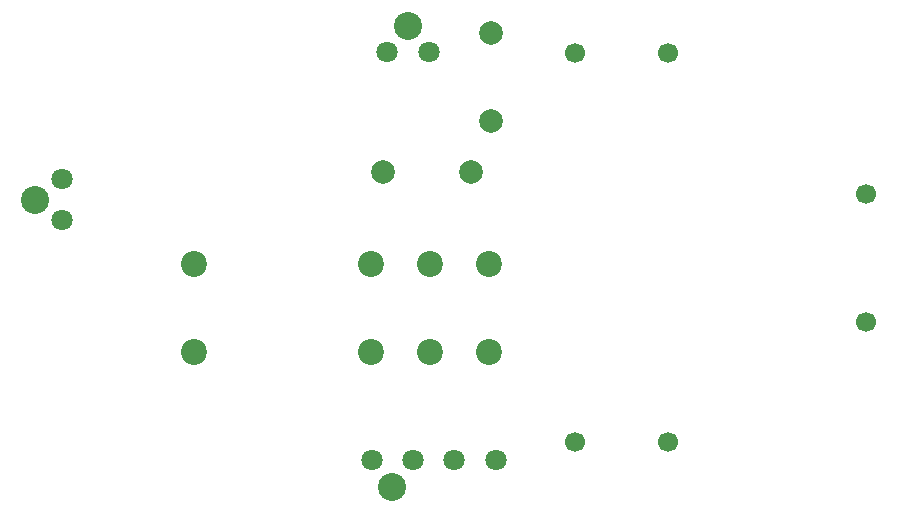
<source format=gbr>
G04 #@! TF.FileFunction,Soldermask,Bot*
%FSLAX46Y46*%
G04 Gerber Fmt 4.6, Leading zero omitted, Abs format (unit mm)*
G04 Created by KiCad (PCBNEW 4.0.7-e2-6376~58~ubuntu16.04.1) date Mon Nov 27 21:16:57 2017*
%MOMM*%
%LPD*%
G01*
G04 APERTURE LIST*
%ADD10C,0.100000*%
%ADD11C,2.200000*%
%ADD12C,1.700000*%
%ADD13C,2.000000*%
%ADD14C,1.797000*%
%ADD15C,2.381000*%
G04 APERTURE END LIST*
D10*
D11*
X137094000Y-105530000D03*
X137094000Y-113030000D03*
X132094000Y-113030000D03*
X117094000Y-113030000D03*
X117094000Y-105530000D03*
X132094000Y-105530000D03*
X142094000Y-113030000D03*
X142094000Y-105530000D03*
D12*
X173990000Y-110490000D03*
X173990000Y-99590000D03*
D13*
X142240000Y-93472000D03*
X142250000Y-85972000D03*
X140589000Y-97790000D03*
X133089000Y-97780000D03*
D14*
X133477000Y-87630000D03*
X136977000Y-87630000D03*
D15*
X135227000Y-85400000D03*
D14*
X105918000Y-101854000D03*
X105918000Y-98354000D03*
D15*
X103688000Y-100104000D03*
D14*
X135664000Y-122174000D03*
X132164000Y-122174000D03*
D15*
X133914000Y-124404000D03*
D14*
X139164000Y-122174000D03*
X142664000Y-122174000D03*
D12*
X157226000Y-120650000D03*
X157226000Y-87650000D03*
X149352000Y-120650000D03*
X149352000Y-87650000D03*
M02*

</source>
